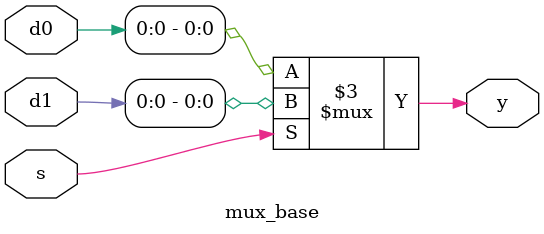
<source format=sv>
module mux_base (input logic [1:0] d0, d1,
				  input logic s,
				  output logic y);
				  
always_comb
begin
	if (s)
		y = d1;
	else 
		y = d0;
end
endmodule 
</source>
